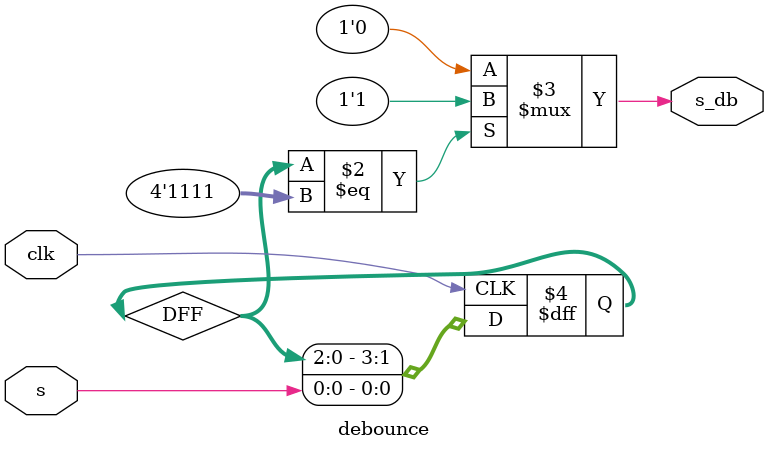
<source format=v>
module debounce(s, s_db, clk);
	input s, clk;
	output s_db;
	reg [3:0] DFF;
	
	always@(posedge clk)begin
		DFF[3:1] <= DFF[2:0];
		DFF[0] <= s;
	end
	assign s_db = (DFF == 4'b1111)? 1'b1 : 1'b0;
endmodule
</source>
